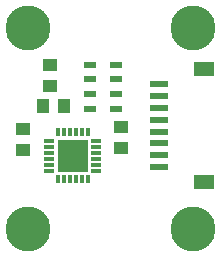
<source format=gbr>
%TF.GenerationSoftware,Altium Limited,Altium Designer,21.3.2 (30)*%
G04 Layer_Color=255*
%FSLAX26Y26*%
%MOIN*%
%TF.SameCoordinates,7249F2FC-C291-4BAF-AEBD-B68F3D0C2602*%
%TF.FilePolarity,Positive*%
%TF.FileFunction,Pads,Top*%
%TF.Part,Single*%
G01*
G75*
%TA.AperFunction,SMDPad,CuDef*%
%ADD10R,0.070866X0.047244*%
%ADD11R,0.061024X0.023622*%
%ADD12R,0.051181X0.039370*%
%ADD13R,0.039370X0.051181*%
%ADD14R,0.043307X0.023622*%
%ADD15R,0.102362X0.106299*%
%ADD16R,0.033465X0.013780*%
%ADD17R,0.013780X0.031496*%
%TA.AperFunction,ViaPad*%
%ADD20C,0.150000*%
D10*
X4168598Y3214181D02*
D03*
Y2836228D02*
D03*
D11*
X4016000Y3163000D02*
D03*
Y3123630D02*
D03*
Y3084260D02*
D03*
Y3044890D02*
D03*
Y3005520D02*
D03*
Y2966150D02*
D03*
Y2926780D02*
D03*
Y2887409D02*
D03*
D12*
X3890000Y2950000D02*
D03*
X3890394Y3020472D02*
D03*
X3652606Y3158528D02*
D03*
X3653000Y3229000D02*
D03*
X3565000Y2945000D02*
D03*
X3565394Y3015472D02*
D03*
D13*
X3630000Y3090905D02*
D03*
X3700472Y3090512D02*
D03*
D14*
X3786693Y3228819D02*
D03*
X3873307D02*
D03*
Y3179606D02*
D03*
X3786693D02*
D03*
Y3130394D02*
D03*
X3873307D02*
D03*
X3786693Y3081181D02*
D03*
X3873307D02*
D03*
D15*
X3730000Y2925000D02*
D03*
D16*
X3652244Y2875787D02*
D03*
Y2895472D02*
D03*
Y2915157D02*
D03*
Y2934843D02*
D03*
Y2954528D02*
D03*
Y2974213D02*
D03*
X3807756D02*
D03*
Y2954528D02*
D03*
Y2934843D02*
D03*
Y2915157D02*
D03*
Y2895472D02*
D03*
Y2875787D02*
D03*
D17*
X3680787Y3003740D02*
D03*
X3700472D02*
D03*
X3720157D02*
D03*
X3739843D02*
D03*
X3759528D02*
D03*
X3779213D02*
D03*
Y2846260D02*
D03*
X3759528D02*
D03*
X3739843D02*
D03*
X3720157D02*
D03*
X3700472D02*
D03*
X3680787D02*
D03*
D20*
X4130000Y3350000D02*
D03*
Y2680000D02*
D03*
X3580000D02*
D03*
Y3350000D02*
D03*
%TF.MD5,b493fd5c96ceb45bc5ba33deda3279c2*%
M02*

</source>
